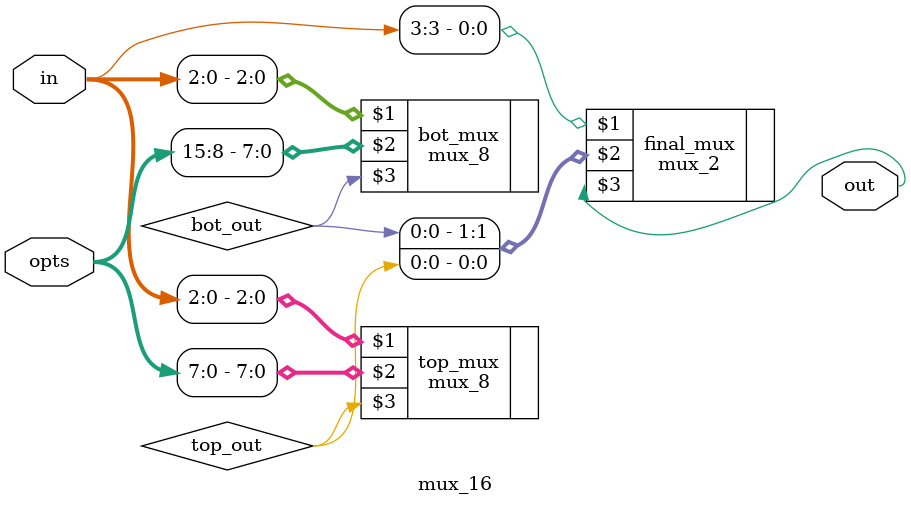
<source format=sv>
module mux_16(in, opts, out);

  input wire [3:0] in;
	input wire [15:0] opts;

  output logic out;

	logic bot_out;
	mux_8 bot_mux(in[2:0], opts[15:8], bot_out);
	logic top_out;
	mux_8 top_mux(in[2:0], opts[7:0], top_out);

	mux_2 final_mux(in[3], {bot_out, top_out}, out);

endmodule

</source>
